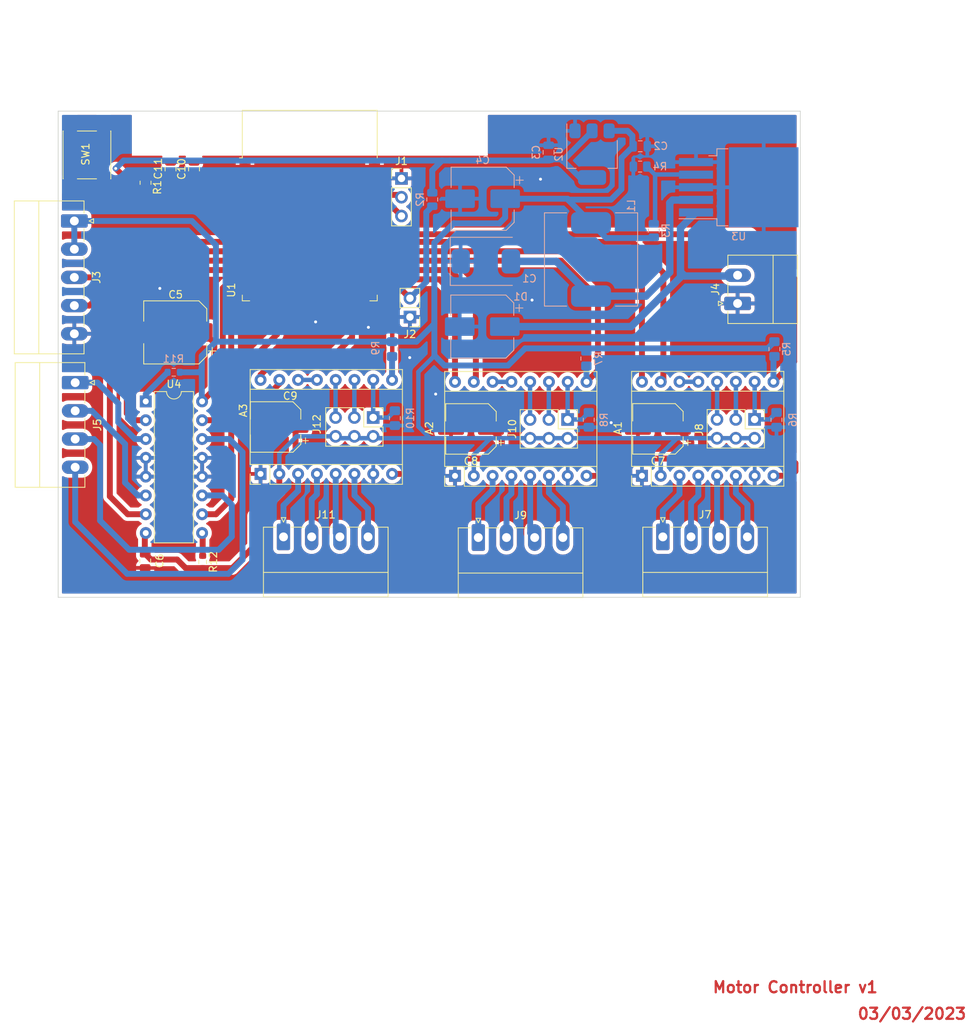
<source format=kicad_pcb>
(kicad_pcb (version 20211014) (generator pcbnew)
  (layers (0 "F.Cu" signal) (31 "B.Cu" signal) (34 "B.Paste" user) (35 "F.Paste" user) (36 "B.SilkS" user "B.Silkscreen") (37 "F.SilkS" user "F.Silkscreen") (38 "B.Mask" user) (39 "F.Mask" user) (44 "Edge.Cuts" user))
  (net 0 "")
  (net 1 "GND")
  (net 2 "+5V")
  (net 3 "Net-(A1-Pad3)")
  (net 4 "Net-(A1-Pad4)")
  (net 5 "Net-(A1-Pad5)")
  (net 6 "Net-(A1-Pad6)")
  (net 7 "+12V")
  (net 8 "Z_EN")
  (net 9 "ZMS1")
  (net 10 "ZMS2")
  (net 11 "ZMS3")
  (net 12 "Net-(A1-Pad13)")
  (net 13 "Z_STEP")
  (net 14 "Z_DIR")
  (net 15 "Net-(A2-Pad3)")
  (net 16 "Net-(A2-Pad4)")
  (net 17 "Net-(A2-Pad5)")
  (net 18 "Net-(A2-Pad6)")
  (net 19 "X_EN")
  (net 20 "XMS1")
  (net 21 "XMS2")
  (net 22 "XMS3")
  (net 23 "Net-(A2-Pad13)")
  (net 24 "X_STEP")
  (net 25 "X_DIR")
  (net 26 "Net-(A3-Pad3)")
  (net 27 "Net-(A3-Pad4)")
  (net 28 "Net-(A3-Pad5)")
  (net 29 "Y_EN")
  (net 30 "YMS1")
  (net 31 "YMS2")
  (net 32 "YMS3")
  (net 33 "Net-(A3-Pad13)")
  (net 34 "Y_STEP")
  (net 35 "Y_DIR")
  (net 36 "Net-(C1-Pad1)")
  (net 37 "+3.3V")
  (net 38 "Net-(D1-Pad2)")
  (net 39 "TXD0")
  (net 40 "RXD0")
  (net 41 "BOOT")
  (net 42 "SERVO1")
  (net 43 "EN1")
  (net 44 "EN2")
  (net 45 "Net-(R1-Pad2)")
  (net 46 "Net-(R3-Pad2)")
  (net 52 "SERVO2")
  (net 53 "IO26")
  (net 54 "IO27")
  (net 55 "IO14")
  (net 56 "IO12")
  (net 67 "Net-(A3-Pad6)")
  (net 68 "Net-(J5-Pad1)")
  (net 69 "Net-(J5-Pad2)")
  (net 70 "Net-(J5-Pad3)")
  (net 71 "Net-(J5-Pad4)")
  (footprint "Connector_PinHeader_2.54mm:PinHeader_2x03_P2.54mm_Vertical" (layer "F.Cu") (at 166.99 112.7302 -90)
    (fp_text reference "J10")
    (fp_text value "MCU_PROG")
  )
  (footprint "Package_DIP:DIP-16_W7.62mm" (layer "F.Cu") (at 109.9566 110.2868)
    (fp_text reference "U4")
    (fp_text value "L293D")
  )
  (footprint "Capacitor_SMD:C_0805_2012Metric" (layer "F.Cu") (at 109.8804 131.826 -90)
    (fp_text reference "C6")
    (fp_text value "C_Small")
  )
  (footprint "Capacitor_SMD:CP_Elec_6.3x7.7" (layer "F.Cu") (at 153.924 114.0052 180)
    (fp_text reference "C8")
    (fp_text value "100uF 35V")
  )
  (footprint "Capacitor_SMD:CP_Elec_8x6.7" (layer "F.Cu") (at 113.9444 100.965 180)
    (fp_text reference "C5")
    (fp_text value "220uF/63V")
  )
  (footprint "Button_Switch_SMD:SW_Push_1P1T_NO_6x6mm_H9.5mm" (layer "F.Cu") (at 102.0064 76.9874 90)
    (fp_text reference "SW1")
    (fp_text value "SW_Push")
  )
  (footprint "Module:Pololu_Breakout-16_15.2x20.3mm" (layer "F.Cu") (at 125.476 120.0812 90)
    (fp_text reference "A3")
    (fp_text value "Driver")
  )
  (footprint "Connector_PinHeader_2.54mm:PinHeader_2x03_P2.54mm_Vertical" (layer "F.Cu") (at 192.263 112.7202 -90)
    (fp_text reference "J8")
    (fp_text value "MCU_PROG")
  )
  (footprint "Connector_Phoenix_MC:PhoenixContact_MC_1,5_2-G-3.81_1x02_P3.81mm_Horizontal" (layer "F.Cu") (at 189.9666 97.0534 90)
    (fp_text reference "J4")
    (fp_text value "VIN_CONN")
  )
  (footprint "Capacitor_SMD:C_0805_2012Metric" (layer "F.Cu") (at 113.3094 78.8924 -90)
    (fp_text reference "C11")
    (fp_text value "0.1uF")
  )
  (footprint "Connector_PinHeader_2.54mm:PinHeader_1x02_P2.54mm_Vertical" (layer "F.Cu") (at 145.669 98.8822 180)
    (fp_text reference "J2")
    (fp_text value "Conn_01x02")
  )
  (footprint "Connector_Phoenix_MC:PhoenixContact_MC_1,5_5-G-3.81_1x05_P3.81mm_Horizontal" (layer "F.Cu") (at 100.3022 85.9112 -90)
    (fp_text reference "J3")
    (fp_text value "Conn_01x05")
  )
  (footprint "Connector_Phoenix_MC:PhoenixContact_MC_1,5_4-G-3.81_1x04_P3.81mm_Horizontal" (layer "F.Cu") (at 128.579 128.5887)
    (fp_text reference "J11")
    (fp_text value "Conn_01x04")
  )
  (footprint "Connector_PinHeader_2.54mm:PinHeader_2x03_P2.54mm_Vertical" (layer "F.Cu") (at 140.701 112.4662 -90)
    (fp_text reference "J12")
    (fp_text value "MCU_PROG")
  )
  (footprint "RF_Module:ESP32-WROOM-32" (layer "F.Cu") (at 132.1308 86.823)
    (fp_text reference "U1")
    (fp_text value "ESP32-S2-WROOM")
  )
  (footprint "Capacitor_SMD:CP_Elec_6.3x7.7" (layer "F.Cu") (at 179.197 113.9952 180)
    (fp_text reference "C7")
    (fp_text value "100uF 35V")
  )
  (footprint "Connector_Phoenix_MC:PhoenixContact_MC_1,5_4-G-3.81_1x04_P3.81mm_Horizontal" (layer "F.Cu") (at 100.4177 107.751 -90)
    (fp_text reference "J5")
    (fp_text value "Conn_01x04")
  )
  (footprint "Module:Pololu_Breakout-16_15.2x20.3mm" (layer "F.Cu") (at 151.765 120.3452 90)
    (fp_text reference "A2")
    (fp_text value "Driver")
  )
  (footprint "Connector_Phoenix_MC:PhoenixContact_MC_1,5_4-G-3.81_1x04_P3.81mm_Horizontal" (layer "F.Cu") (at 179.862111 128.5887)
    (fp_text reference "J7")
    (fp_text value "Conn_01x04")
  )
  (footprint "Connector_Phoenix_MC:PhoenixContact_MC_1,5_4-G-3.81_1x04_P3.81mm_Horizontal" (layer "F.Cu") (at 154.9146 128.6764)
    (fp_text reference "J9")
    (fp_text value "Conn_01x04")
  )
  (footprint "Connector_PinHeader_2.54mm:PinHeader_1x03_P2.54mm_Vertical" (layer "F.Cu") (at 144.526 80.1624)
    (fp_text reference "J1")
    (fp_text value "Conn_01x03")
  )
  (footprint "Capacitor_SMD:C_0805_2012Metric" (layer "F.Cu") (at 116.4844 78.8924 90)
    (fp_text reference "C10")
    (fp_text value "0.1uF")
  )
  (footprint "Resistor_SMD:R_0603_1608Metric" (layer "F.Cu") (at 117.6528 131.9784 -90)
    (fp_text reference "R12")
    (fp_text value "R_Small")
  )
  (footprint "Module:Pololu_Breakout-16_15.2x20.3mm" (layer "F.Cu") (at 177.038 120.3352 90)
    (fp_text reference "A1")
    (fp_text value "Driver")
  )
  (footprint "Resistor_SMD:R_0805_2012Metric" (layer "F.Cu") (at 109.9312 80.7466 -90)
    (fp_text reference "R1")
    (fp_text value "10K")
  )
  (footprint "Capacitor_SMD:CP_Elec_6.3x7.7" (layer "F.Cu") (at 127.508 113.7412 180)
    (fp_text reference "C9")
    (fp_text value "100uF 35V")
  )
  (footprint "Diode_SMD:D_SMC" (layer "B.Cu") (at 155.9211 91.3638)
    (fp_text reference "D1")
    (fp_text value "DIODE")
  )
  (footprint "Resistor_SMD:R_0805_2012Metric" (layer "B.Cu") (at 148.6916 83.0072 -90)
    (fp_text reference "R2")
    (fp_text value "10K")
  )
  (footprint "Package_TO_SOT_SMD:SOT-223-3_TabPin2" (layer "B.Cu") (at 170.293 76.8862 -90)
    (fp_text reference "U2")
    (fp_text value "AMS1117-3.3")
  )
  (footprint "Resistor_SMD:R_0805_2012Metric" (layer "B.Cu") (at 176.784 78.5622 180)
    (fp_text reference "R4")
    (fp_text value "R_Small")
  )
  (footprint "Capacitor_SMD:CP_Elec_8x6.7" (layer "B.Cu") (at 155.4988 82.9056 180)
    (fp_text reference "C4")
    (fp_text value "C_Polarized")
  )
  (footprint "Resistor_SMD:R_0805_2012Metric_Pad1.20x1.40mm_HandSolder" (layer "B.Cu") (at 169.5196 104.4956 90)
    (fp_text reference "R7")
    (fp_text value "10K")
  )
  (footprint "Capacitor_SMD:CP_Elec_8x6.7" (layer "B.Cu") (at 155.448 100.1776 180)
    (fp_text reference "C1")
    (fp_text value "C_Polarized")
  )
  (footprint "Resistor_SMD:R_0805_2012Metric_Pad1.20x1.40mm_HandSolder" (layer "B.Cu") (at 143.637 112.5474 90)
    (fp_text reference "R10")
    (fp_text value "100K")
  )
  (footprint "Resistor_SMD:R_0805_2012Metric_Pad1.20x1.40mm_HandSolder" (layer "B.Cu") (at 143.256 103.2162 90)
    (fp_text reference "R9")
    (fp_text value "10K")
  )
  (footprint "Resistor_SMD:R_0805_2012Metric_Pad1.20x1.40mm_HandSolder" (layer "B.Cu") (at 169.8498 112.776 90)
    (fp_text reference "R8")
    (fp_text value "100K")
  )
  (footprint "Resistor_SMD:R_0805_2012Metric" (layer "B.Cu") (at 178.6382 87.1963 90)
    (fp_text reference "R3")
    (fp_text value "R_Small")
  )
  (footprint "Resistor_SMD:R_0603_1608Metric" (layer "B.Cu") (at 113.7412 106.3498)
    (fp_text reference "R11")
    (fp_text value "R_Small")
  )
  (footprint "Resistor_SMD:R_0805_2012Metric_Pad1.20x1.40mm_HandSolder" (layer "B.Cu") (at 195.2244 112.776 90)
    (fp_text reference "R6")
    (fp_text value "100K")
  )
  (footprint "Package_TO_SOT_SMD:TO-263-5_TabPin3" (layer "B.Cu") (at 190.119 81.3562)
    (fp_text reference "U3")
    (fp_text value "LM2596T-ADJ")
  )
  (footprint "Resistor_SMD:R_0805_2012Metric_Pad1.20x1.40mm_HandSolder" (layer "B.Cu") (at 194.945 103.2162 90)
    (fp_text reference "R5")
    (fp_text value "10K")
  )
  (footprint "Inductor_SMD:L_12x12mm_H6mm" (layer "B.Cu") (at 170.1546 91.1098 90)
    (fp_text reference "L1")
    (fp_text value "INDUCTOR")
  )
  (footprint "Capacitor_SMD:C_0805_2012Metric" (layer "B.Cu") (at 164.4142 76.6318 -90)
    (fp_text reference "C3")
    (fp_text value "1uF")
  )
  (footprint "Capacitor_SMD:C_0805_2012Metric" (layer "B.Cu") (at 176.8094 75.819 180)
    (fp_text reference "C2")
    (fp_text value "1uF")
  )
  (gr_line (start 98.1202 84.1756) (end 98.1202 136.7536) (layer "Edge.Cuts") (width 0.1))
  (gr_line (start 198.4502 71.0692) (end 198.4502 136.7536) (layer "Edge.Cuts") (width 0.1))
  (gr_line (start 198.4502 136.7536) (end 98.1202 136.7536) (layer "Edge.Cuts") (width 0.1))
  (gr_line (start 98.1202 84.1756) (end 98.1202 71.0692) (layer "Edge.Cuts") (width 0.1))
  (gr_line (start 98.1202 71.0692) (end 198.4502 71.0692) (layer "Edge.Cuts") (width 0.1))
  (gr_text "Motor Controller v1\n" (at 197.7644 189.4332) (layer "F.Cu") (effects (font (size 1.5 1.5) (thickness 0.3))))
  (gr_text "03/03/2023" (at 213.5378 193.0146) (layer "F.Cu") (effects (font (size 1.5 1.5) (thickness 0.3))))
  (via (at 140.0556 100.2792) (size 0.8) (drill 0.4) (layers "F.Cu" "B.Cu") (net 1))
  (via (at 149.1488 109.2962) (size 0.8) (drill 0.4) (layers "F.Cu" "B.Cu") (net 1))
  (via (at 172.8724 113.157) (size 0.8) (drill 0.4) (layers "F.Cu" "B.Cu") (net 1))
  (via (at 163.322 80.264) (size 0.8) (drill 0.4) (layers "F.Cu" "B.Cu") (net 1))
  (via (at 132.9182 99.5426) (size 0.8) (drill 0.4) (layers "F.Cu" "B.Cu") (net 1))
  (via (at 111.8616 95.0214) (size 0.8) (drill 0.4) (layers "F.Cu" "B.Cu") (net 1))
  (via (at 162.179 96.5962) (size 0.8) (drill 0.4) (layers "F.Cu" "B.Cu") (net 1))
  (via (at 145.6436 104.3686) (size 0.8) (drill 0.4) (layers "F.Cu" "B.Cu") (net 1))
  (segment (start 109.8296 130.8252) (end 109.8296 128.1938) (width 0.8) (layer "F.Cu") (net 2))
  (segment (start 124.587 125.7554) (end 128.016 122.3264) (width 0.8) (layer "F.Cu") (net 2))
  (segment (start 114.1984 131.6482) (end 115.3536 132.8034) (width 0.8) (layer "F.Cu") (net 2))
  (segment (start 116.9944 100.965) (end 117.8052 100.965) (width 0.8) (layer "F.Cu") (net 2))
  (segment (start 115.3536 132.8034) (end 117.6528 132.8034) (width 0.8) (layer "F.Cu") (net 2))
  (segment (start 110.6526 131.6482) (end 114.1984 131.6482) (width 0.8) (layer "F.Cu") (net 2))
  (segment (start 119.2276 102.3874) (end 119.2276 108.6358) (width 0.8) (layer "F.Cu") (net 2))
  (segment (start 117.6528 132.8034) (end 121.6538 132.8034) (width 0.8) (layer "F.Cu") (net 2))
  (segment (start 124.587 129.8702) (end 124.587 125.7554) (width 0.8) (layer "F.Cu") (net 2))
  (segment (start 119.2276 108.6358) (end 117.5766 110.2868) (width 0.8) (layer "F.Cu") (net 2))
  (segment (start 109.8804 130.876) (end 110.6526 131.6482) (width 0.8) (layer "F.Cu") (net 2))
  (segment (start 109.8804 130.876) (end 109.8296 130.8252) (width 0.8) (layer "F.Cu") (net 2))
  (segment (start 117.8052 100.965) (end 119.2276 102.3874) (width 0.8) (layer "F.Cu") (net 2))
  (segment (start 128.016 122.3264) (end 128.016 120.0812) (width 0.8) (layer "F.Cu") (net 2))
  (segment (start 121.6538 132.8034) (end 124.587 129.8702) (width 0.8) (layer "F.Cu") (net 2))
  (segment (start 146.812 113.6804) (end 146.812 106.299) (width 0.6) (layer "B.Cu") (net 2))
  (segment (start 175.7426 74.3966) (end 175.0822 73.7362) (width 0.8) (layer "B.Cu") (net 2))
  (segment (start 143.256 102.2162) (end 146.5514 102.2162) (width 0.8) (layer "B.Cu") (net 2))
  (segment (start 119.4442 102.2162) (end 117.5358 104.1246) (width 0.8) (layer "B.Cu") (net 2))
  (segment (start 148.971 102.2096) (end 148.9776 102.2162) (width 0.8) (layer "B.Cu") (net 2))
  (segment (start 194.0372 103.124) (end 161.2392 103.124) (width 0.8) (layer "B.Cu") (net 2))
  (segment (start 181.7574 115.2602) (end 156.5452 115.2602) (width 0.6) (layer "B.Cu") (net 2))
  (segment (start 179.578 120.3352) (end 179.578 117.4396) (width 0.6) (layer "B.Cu") (net 2))
  (segment (start 154.305 120.3452) (end 154.305 117.5004) (width 0.6) (layer "B.Cu") (net 2))
  (segment (start 116.188 85.9112) (end 100.3022 85.9112) (width 0.8) (layer "B.Cu") (net 2))
  (segment (start 151.638 86.233) (end 151.6126 86.2076) (width 0.8) (layer "B.Cu") (net 2))
  (segment (start 175.7426 75.9206) (end 174.2694 77.3938) (width 0.8) (layer "B.Cu") (net 2))
  (segment (start 117.5358 105.9842) (end 117.5358 104.1246) (width 0.8) (layer "B.Cu") (net 2))
  (segment (start 117.1702 106.3498) (end 117.5358 105.9842) (width 0.8) (layer "B.Cu") (net 2))
  (segment (start 178.5328 88.2142) (end 172.209 88.2142) (width 0.8) (layer "B.Cu") (net 2))
  (segment (start 157.7594 86.233) (end 151.638 86.233) (width 0.8) (layer "B.Cu") (net 2))
  (segment (start 148.3918 115.2602) (end 146.812 113.6804) (width 0.6) (layer "B.Cu") (net 2))
  (segment (start 150.3426 105.4354) (end 148.9776 104.0704) (width 0.8) (layer "B.Cu") (net 2))
  (segment (start 172.209 88.2142) (end 170.1546 86.1598) (width 0.8) (layer "B.Cu") (net 2))
  (segment (start 158.9278 105.4354) (end 150.3426 105.4354) (width 0.8) (layer "B.Cu") (net 2))
  (segment (start 178.6382 88.1088) (end 178.5328 88.2142) (width 0.8) (layer "B.Cu") (net 2))
  (segment (start 158.5488 85.4436) (end 157.7594 86.233) (width 0.8) (layer "B.Cu") (net 2))
  (segment (start 151.6126 86.2076) (end 148.971 88.8492) (width 0.8) (layer "B.Cu") (net 2))
  (segment (start 179.578 117.4396) (end 181.7574 115.2602) (width 0.6) (layer "B.Cu") (net 2))
  (segment (start 167.1066 83.0326) (end 167.1066 83.1118) (width 0.8) (layer "B.Cu") (net 2))
  (segment (start 148.9776 104.0704) (end 148.9776 102.2162) (width 0.8) (layer "B.Cu") (net 2))
  (segment (start 161.2392 103.124) (end 158.9278 105.4354) (width 0.8) (layer "B.Cu") (net 2))
  (segment (start 128.016 120.0812) (end 128.016 117.348) (width 0.6) (layer "B.Cu") (net 2))
  (segment (start 148.3918 115.2602) (end 135.875 115.2602) (width 0.6) (layer "B.Cu") (net 2))
  (segment (start 130.3578 115.0062) (end 135.621 115.0062) (width 0.6) (layer "B.Cu") (net 2))
  (segment (start 100.3022 85.9112) (end 100.3022 89.7212) (width 0.8) (layer "B.Cu") (net 2))
  (segment (start 154.305 117.5004) (end 156.5452 115.2602) (width 0.6) (layer "B.Cu") (net 2))
  (segment (start 158.5488 82.9056) (end 158.5488 85.4436) (width 0.8) (layer "B.Cu") (net 2))
  (segment (start 156.5452 115.2602) (end 148.3918 115.2602) (width 0.6) (layer "B.Cu") (net 2))
  (segment (start 167.1066 83.1118) (end 170.1546 86.1598) (width 0.8) (layer "B.Cu") (net 2))
  (segment (start 148.971 88.8492) (end 148.971 99.3902) (width 0.8) (layer "B.Cu") (net 2))
  (segment (start 117.5358 104.1246) (end 117.5358 110.246) (width 0.8) (layer "B.Cu") (net 2))
  (segment (start 114.5662 106.3498) (end 117.1702 106.3498) (width 0.8) (layer "B.Cu") (net 2))
  (segment (start 192.263 115.2602) (end 181.7574 115.2602) (width 0.6) (layer "B.Cu") (net 2))
  (segment (start 174.2694 81.6102) (end 172.847 83.0326) (width 0.8) (layer "B.Cu") (net 2))
  (segment (start 174.2694 77.3938) (end 174.2694 81.6102) (width 0.8) (layer "B.Cu") (net 2))
  (segment (start 119.4442 102.2162) (end 119.4442 89.1674) (width 0.8) (layer "B.Cu") (net 2))
  (segment (start 175.0822 73.7362) (end 172.593 73.7362) (width 0.8) (layer "B.Cu") (net 2))
  (segment (start 148.971 99.7966) (end 148.971 99.3902) (width 0.8) (layer "B.Cu") (net 2))
  (segment (start 128.016 117.348) (end 130.3578 115.0062) (width 0.6) (layer "B.Cu") (net 2))
  (segment (start 135.875 115.2602) (end 135.621 115.0062) (width 0.6) (layer "B.Cu") (net 2))
  (segment (start 146.812 106.299) (end 148.9776 104.1334) (width 0.6) (layer "B.Cu") (net 2))
  (segment (start 119.4442 89.1674) (end 116.188 85.9112) (width 0.8) (layer "B.Cu") (net 2))
  (segment (start 158.5488 82.9056) (end 166.9796 82.9056) (width 0.8) (layer "B.Cu") (net 2))
  (segment (start 117.5358 110.246) (end 117.5766 110.2868) (width 0.8) (layer "B.Cu") (net 2))
  (segment (start 148.971 99.3902) (end 148.971 102.2096) (width 0.8) (layer "B.Cu") (net 2))
  (segment (start 172.847 83.0326) (end 167.1066 83.0326) (width 0.8) (layer "B.Cu") (net 2))
  (segment (start 194.945 102.2162) (end 194.0372 103.124) (width 0.8) (layer "B.Cu") (net 2))
  (segment (start 148.9776 104.1334) (end 148.9776 104.0704) (width 0.6) (layer "B.Cu") (net 2))
  (segment (start 166.9796 82.9056) (end 167.1066 83.0326) (width 0.8) (layer "B.Cu") (net 2))
  (segment (start 175.7426 75.9206) (end 175.7426 74.3966) (width 0.8) (layer "B.Cu") (net 2))
  (segment (start 146.5514 102.2162) (end 148.971 99.7966) (width 0.8) (layer "B.Cu") (net 2))
  (segment (start 143.256 102.2162) (end 119.4442 102.2162) (width 0.8) (layer "B.Cu") (net 2))
  (segment (start 182.118 122.809) (end 179.862111 125.064889) (width 0.8) (layer "B.Cu") (net 3))
  (segment (start 182.118 120.3352) (end 182.118 122.809) (width 0.8) (layer "B.Cu") (net 3))
  (segment (start 179.862111 125.064889) (end 179.862111 128.5887) (width 0.8) (layer "B.Cu") (net 3))
  (segment (start 183.672111 123.998089) (end 183.672111 128.5887) (width 0.8) (layer "B.Cu") (net 4))
  (segment (start 184.658 123.0122) (end 183.672111 123.998089) (width 0.8) (layer "B.Cu") (net 4))
  (segment (start 184.658 120.3352) (end 184.658 123.0122) (width 0.8) (layer "B.Cu") (net 4))
  (segment (start 187.198 128.304589) (end 187.482111 128.5887) (width 0.8) (layer "B.Cu") (net 5))
  (segment (start 187.198 120.3352) (end 187.198 128.304589) (width 0.8) (layer "B.Cu") (net 5))
  (segment (start 191.292111 124.236111) (end 191.292111 128.5887) (width 0.8) (layer "B.Cu") (net 6))
  (segment (start 189.738 122.682) (end 191.292111 124.236111) (width 0.8) (layer "B.Cu") (net 6))
  (segment (start 189.738 120.3352) (end 189.738 122.682) (width 0.8) (layer "B.Cu") (net 6))
  (segment (start 185.0136 118.0084) (end 182.7784 118.0084) (width 0.8) (layer "F.Cu") (net 7))
  (segment (start 158.0896 115.4708) (end 156.624 114.0052) (width 0.8) (layer "F.Cu") (net 7))
  (segment (start 197.1548 118.0084) (end 197.7898 118.6434) (width 0.8) (layer "F.Cu") (net 7))
  (segment (start 172.6438 119.4562) (end 171.7548 120.3452) (width 0.8) (layer "F.Cu") (net 7))
  (segment (start 183.7182 115.8164) (end 181.897 113.9952) (width 0.8) (layer "F.Cu") (net 7))
  (segment (start 183.7182 117.0686) (end 183.7182 115.8164) (width 0.8) (layer "F.Cu") (net 7))
  (segment (start 158.0896 116.5352) (end 158.0896 115.4708) (width 0.8) (layer "F.Cu") (net 7))
  (segment (start 143.7132 118.0084) (end 156.6164 118.0084) (width 0.8) (layer "F.Cu") (net 7))
  (segment (start 131.4196 118.0084) (end 130.208 116.7968) (width 0.8) (layer "F.Cu") (net 7))
  (segment (start 197.7898 118.6434) (end 197.7898 119.7102) (width 0.8) (layer "F.Cu") (net 7))
  (segment (start 156.6164 118.0084) (end 158.0896 116.5352) (width 0.8) (layer "F.Cu") (net 7))
  (segment (start 185.0136 118.0084) (end 197.1548 118.0084) (width 0.8) (layer "F.Cu") (net 7))
  (segment (start 130.208 116.7968) (end 130.208 113.7412) (width 0.8) (layer "F.Cu") (net 7))
  (segment (start 197.1648 120.3352) (end 194.818 120.3352) (width 0.8) (layer "F.Cu") (net 7))
  (segment (start 145.7552 120.0812) (end 143.256 120.0812) (width 0.8) (layer "F.Cu") (net 7))
  (segment (start 146.2786 118.2878) (end 146.2786 119.5578) (width 0.8) (layer "F.Cu") (net 7))
  (segment (start 172.6438 118.491) (end 172.6438 119.4562) (width 0.8) (layer "F.Cu") (net 7))
  (segment (start 143.7132 118.0084) (end 131.4196 118.0084) (width 0.8) (layer "F.Cu") (net 7))
  (segment (start 145.9992 118.0084) (end 146.2786 118.2878) (width 0.8) (layer "F.Cu") (net 7))
  (segment (start 156.6164 118.0084) (end 185.0136 118.0084) (width 0.8) (layer "F.Cu") (net 7))
  (segment (start 171.7548 120.3452) (end 169.545 120.3452) (width 0.8) (layer "F.Cu") (net 7))
  (segment (start 146.2786 119.5578) (end 145.7552 120.0812) (width 0.8) (layer "F.Cu") (net 7))
  (segment (start 143.7132 118.0084) (end 145.9992 118.0084) (width 0.8) (layer "F.Cu") (net 7))
  (segment (start 197.7898 119.7102) (end 197.1648 120.3352) (width 0.8) (layer "F.Cu") (net 7))
  (segment (start 182.7784 118.0084) (end 183.7182 117.0686) (width 0.8) (layer "F.Cu") (net 7))
  (segment (start 197.3734 105.0798) (end 194.818 107.6352) (width 0.8) (layer "F.Cu") (net 8))
  (segment (start 191.6684 87.7062) (end 197.612 93.6498) (width 0.8) (layer "F.Cu") (net 8))
  (segment (start 197.612 104.902) (end 197.4342 105.0798) (width 0.8) (layer "F.Cu") (net 8))
  (segment (start 197.612 93.6498) (end 197.612 104.902) (width 0.8) (layer "F.Cu") (net 8))
  (segment (start 197.4342 105.0798) (end 197.3734 105.0798) (width 0.8) (layer "F.Cu") (net 8))
  (segment (start 142.2308 87.7062) (end 191.6684 87.7062) (width 0.8) (layer "F.Cu") (net 8))
  (segment (start 141.9876 87.463) (end 142.2308 87.7062) (width 0.8) (layer "F.Cu") (net 8))
  (segment (start 140.8808 87.463) (end 141.9876 87.463) (width 0.8) (layer "F.Cu") (net 8))
  (segment (start 194.818 107.6352) (end 194.818 104.3432) (width 0.8) (layer "B.Cu") (net 8))
  (segment (start 194.818 104.3432) (end 194.945 104.2162) (width 0.8) (layer "B.Cu") (net 8))
  (segment (start 192.263 112.7202) (end 194.2802 112.7202) (width 0.6) (layer "B.Cu") (net 9))
  (segment (start 194.2802 112.7202) (end 195.2244 111.776) (width 0.6) (layer "B.Cu") (net 9))
  (segment (start 192.278 112.7052) (end 192.263 112.7202) (width 0.6) (layer "B.Cu") (net 9))
  (segment (start 192.278 107.6352) (end 192.278 112.7052) (width 0.6) (layer "B.Cu") (net 9))
  (segment (start 189.738 107.6352) (end 189.738 112.7052) (width 0.6) (layer "B.Cu") (net 10))
  (segment (start 189.738 112.7052) (end 189.723 112.7202) (width 0.6) (layer "B.Cu") (net 10))
  (segment (start 187.198 112.7052) (end 187.183 112.7202) (width 0.6) (layer "B.Cu") (net 11))
  (segment (start 187.198 107.6352) (end 187.198 112.7052) (width 0.6) (layer "B.Cu") (net 11))
  (segment (start 184.658 107.6352) (end 182.118 107.6352) (width 0.6) (layer "B.Cu") (net 12))
  (segment (start 140.8808 88.733) (end 175.7534 88.733) (width 0.8) (layer "F.Cu") (net 13))
  (segment (start 175.7534 88.733) (end 179.9336 92.9132) (width 0.8) (layer "F.Cu") (net 13))
  (segment (start 179.9336 92.9132) (end 179.9336 107.2796) (width 0.8) (layer "F.Cu") (net 13))
  (segment (start 179.9336 107.2796) (end 179.578 107.6352) (width 0.8) (layer "F.Cu") (net 13))
  (segment (start 174.1532 90.003) (end 177.038 92.8878) (width 0.8) (layer "F.Cu") (net 14))
  (segment (start 140.8808 90.003) (end 174.1532 90.003) (width 0.8) (layer "F.Cu") (net 14))
  (segment (start 177.038 92.8878) (end 177.038 107.6352) (width 0.8) (layer "F.Cu") (net 14))
  (segment (start 156.845 120.3452) (end 156.845 122.2248) (width 0.8) (layer "B.Cu") (net 15))
  (segment (start 154.9146 124.1552) (end 154.9146 128.6764) (width 0.8) (layer "B.Cu") (net 15))
  (segment (start 156.845 122.2248) (end 154.9146 124.1552) (width 0.8) (layer "B.Cu") (net 15))
  (segment (start 158.7246 123.3932) (end 158.7246 128.6764) (width 0.8) (layer "B.Cu") (net 16))
  (segment (start 159.385 122.7328) (end 158.7246 123.3932) (width 0.8) (layer "B.Cu") (net 16))
  (segment (start 159.385 120.3452) (end 159.385 122.7328) (width 0.8) (layer "B.Cu") (net 16))
  (segment (start 161.925 120.3452) (end 161.925 128.0668) (width 0.8) (layer "B.Cu") (net 17))
  (segment (start 161.925 128.0668) (end 162.5346 128.6764) (width 0.8) (layer "B.Cu") (net 17))
  (segment (start 166.3446 124.5108) (end 166.3446 128.6764) (width 0.8) (layer "B.Cu") (net 18))
  (segment (start 164.465 122.6312) (end 166.3446 124.5108) (width 0.8) (layer "B.Cu") (net 18))
  (segment (start 164.465 120.3452) (end 164.465 122.6312) (width 0.8) (layer "B.Cu") (net 18))
  (segment (start 140.8808 91.273) (end 166.1014 91.273) (width 0.8) (layer "F.Cu") (net 19))
  (segment (start 171.0944 96.266) (end 171.0944 106.0958) (width 0.8) (layer "F.Cu") (net 19))
  (segment (start 166.1014 91.273) (end 171.0944 96.266) (width 0.8) (layer "F.Cu") (net 19))
  (segment (start 171.0944 106.0958) (end 169.545 107.6452) (width 0.8) (layer "F.Cu") (net 19))
  (segment (start 169.545 107.6452) (end 169.545 105.521) (width 0.8) (layer "B.Cu") (net 19))
  (segment (start 169.545 105.521) (end 169.5196 105.4956) (width 0.8) (layer "B.Cu") (net 19))
  (segment (start 166.99 112.7302) (end 168.8956 112.7302) (width 0.6) (layer "B.Cu") (net 20))
  (segment (start 168.8956 112.7302) (end 169.8498 111.776) (width 0.6) (layer "B.Cu") (net 20))
  (segment (start 166.99 112.7302) (end 166.99 107.6602) (width 0.6) (layer "B.Cu") (net 20))
  (segment (start 166.99 107.6602) (end 167.005 107.6452) (width 0.6) (layer "B.Cu") (net 20))
  (segment (start 164.45 107.6602) (end 164.465 107.6452) (width 0.6) (layer "B.Cu") (net 21))
  (segment (start 164.45 112.7302) (end 164.45 107.6602) (width 0.6) (layer "B.Cu") (net 21))
  (segment (start 161.91 112.7302) (end 161.91 107.6602) (width 0.6) (layer "B.Cu") (net 22))
  (segment (start 161.91 107.6602) (end 161.925 107.6452) (width 0.6) (layer "B.Cu") (net 22))
  (segment (start 156.845 107.6452) (end 159.385 107.6452) (width 0.6) (layer "B.Cu") (net 23))
  (segment (start 140.8808 92.543) (end 151.09 92.543) (width 0.8) (layer "F.Cu") (net 24))
  (segment (start 151.09 92.543) (end 154.5844 96.0374) (width 0.8) (layer "F.Cu") (net 24))
  (segment (start 154.5844 107.3658) (end 154.305 107.6452) (width 0.8) (layer "F.Cu") (net 24))
  (segment (start 154.5844 96.0374) (end 154.5844 107.3658) (width 0.8) (layer "F.Cu") (net 24))
  (segment (start 151.765 96.0628) (end 151.765 107.6452) (width 0.8) (layer "F.Cu") (net 25))
  (segment (start 149.6546 93.8) (end 151.8412 95.9866) (width 0.8) (layer "F.Cu") (net 25))
  (segment (start 140.8808 93.813) (end 140.8938 93.8) (width 0.8) (layer "F.Cu") (net 25))
  (segment (start 151.8412 95.9866) (end 151.765 96.0628) (width 0.8) (layer "F.Cu") (net 25))
  (segment (start 140.8938 93.8) (end 149.6546 93.8) (width 0.8) (layer "F.Cu") (net 25))
  (segment (start 128.579 124.3288) (end 128.579 128.5887) (width 0.8) (layer "B.Cu") (net 26))
  (segment (start 130.556 120.0812) (end 130.556 122.3518) (width 0.8) (layer "B.Cu") (net 26))
  (segment (start 130.556 122.3518) (end 128.579 124.3288) (width 0.8) (layer "B.Cu") (net 26))
  (segment (start 132.389 123.5414) (end 132.389 128.5887) (width 0.8) (layer "B.Cu") (net 27))
  (segment (start 133.096 120.0812) (end 133.096 122.8344) (width 0.8) (layer "B.Cu") (net 27))
  (segment (start 133.096 122.8344) (end 132.389 123.5414) (width 0.8) (layer "B.Cu") (net 27))
  (segment (start 135.636 128.0257) (end 136.199 128.5887) (width 0.8) (layer "B.Cu") (net 28))
  (segment (start 135.636 120.0812) (end 135.636 128.0257) (width 0.8) (layer "B.Cu") (net 28))
  (segment (start 136.5808 94.3306) (end 137.3378 93.5736) (width 0.6) (layer "F.Cu") (net 29))
  (segment (start 139.8778 97.8662) (end 141.2748 97.8662) (width 0.6) (layer "F.Cu") (net 29))
  (segment (start 143.2814 99.8728) (end 143.2814 107.3558) (width 0.6) (layer "F.Cu") (net 29))
  (segment (start 141.2748 97.8662) (end 143.2814 99.8728) (width 0.6) (layer "F.Cu") (net 29))
  (segment (start 139.192 94.4372) (end 139.192 97.1804) (width 0.6) (layer "F.Cu") (net 29))
  (segment (start 136.5808 98.4808) (end 136.5808 96.333) (width 0.6) (layer "F.Cu") (net 29))
  (segment (start 137.3378 93.5736) (end 138.3284 93.5736) (width 0.6) (layer "F.Cu") (net 29))
  (segment (start 138.3284 93.5736) (end 139.192 94.4372) (width 0.6) (layer "F.Cu") (net 29))
  (segment (start 136.5808 96.333) (end 136.5808 94.3306) (width 0.6) (layer "F.Cu") (net 29))
  (segment (start 143.2814 107.3558) (end 143.256 107.3812) (width 0.6) (layer "F.Cu") (net 29))
  (segment (start 139.192 97.1804) (end 139.8778 97.8662) (width 0.6) (layer "F.Cu") (net 29))
  (segment (start 136.5808 98.4808) (end 136.6012 98.5012) (width 0.6) (layer "F.Cu") (net 29))
  (segment (start 143.256 107.3812) (end 143.256 104.2162) (width 0.8) (layer "B.Cu") (net 29))
  (segment (start 140.701 107.3962) (end 140.716 107.3812) (width 0.6) (layer "B.Cu") (net 30))
  (segment (start 140.701 112.4662) (end 140.701 107.3962) (width 0.6) (layer "B.Cu") (net 30))
  (segment (start 140.701 112.4662) (end 142.7182 112.4662) (width 0.6) (layer "B.Cu") (net 30))
  (segment (start 142.7182 112.4662) (end 143.637 111.5474) (width 0.6) (layer "B.Cu") (net 30))
  (segment (start 138.161 112.4662) (end 138.161 107.3962) (width 0.6) (layer "B.Cu") (net 31))
  (segment (start 138.161 107.3962) (end 138.176 107.3812) (width 0.6) (layer "B.Cu") (net 31))
  (segment (start 135.621 112.4662) (end 135.621 107.3962) (width 0.6) (layer "B.Cu") (net 32))
  (segment (start 135.621 107.3962) (end 135.636 107.3812) (width 0.6) (layer "B.Cu") (net 32))
  (segment (start 130.556 107.3812) (end 133.096 107.3812) (width 0.6) (layer "B.Cu") (net 33))
  (segment (start 123.19 108.6866) (end 124.0028 109.4994) (width 0.8) (layer "F.Cu") (net 34))
  (segment (start 123.19 105.7402) (end 123.19 108.6866) (width 0.8) (layer "F.Cu") (net 34))
  (segment (start 124.0028 109.4994) (end 126.4158 109.4994) (width 0.8) (layer "F.Cu") (net 34))
  (segment (start 126.4158 109.4994) (end 128.016 107.8992) (width 0.8) (layer "F.Cu") (net 34))
  (segment (start 127.6908 96.333) (end 127.6908 101.2394) (width 0.8) (layer "F.Cu") (net 34))
  (segment (start 127.6908 101.2394) (end 123.19 105.7402) (width 0.8) (layer "F.Cu") (net 34))
  (segment (start 128.016 107.8992) (end 128.016 107.3812) (width 0.8) (layer "F.Cu") (net 34))
  (segment (start 137.8508 96.333) (end 137.8508 101.6204) (width 0.8) (layer "F.Cu") (net 35))
  (segment (start 128.0414 104.14) (end 125.476 106.7054) (width 0.8) (layer "F.Cu") (net 35))
  (segment (start 137.8508 101.6204) (end 135.3312 104.14) (width 0.8) (layer "F.Cu") (net 35))
  (segment (start 125.476 106.7054) (end 125.476 107.3812) (width 0.8) (layer "F.Cu") (net 35))
  (segment (start 135.3312 104.14) (end 128.0414 104.14) (width 0.8) (layer "F.Cu") (net 35))
  (segment (start 182.245 92.7862) (end 182.8038 93.345) (width 1) (layer "B.Cu") (net 36))
  (segment (start 182.245 92.7862) (end 182.245 86.8552) (width 1) (layer "B.Cu") (net 36))
  (segment (start 182.8038 93.345) (end 189.865 93.345) (width 1) (layer "B.Cu") (net 36))
  (segment (start 175.5648 100.1776) (end 182.245 93.4974) (width 1) (layer "B.Cu") (net 36))
  (segment (start 189.865 93.345) (end 189.9666 93.2434) (width 1) (layer "B.Cu") (net 36))
  (segment (start 182.245 86.8552) (end 184.3186 84.7816) (width 1) (layer "B.Cu") (net 36))
  (segment (start 158.498 100.1776) (end 175.5648 100.1776) (width 1) (layer "B.Cu") (net 36))
  (segment (start 182.245 93.4974) (end 182.245 92.7862) (width 1) (layer "B.Cu") (net 36))
  (segment (start 184.3186 84.7816) (end 186.1728 84.7816) (width 1) (layer "B.Cu") (net 36))
  (segment (start 116.4723 79.8341) (end 116.5098 79.7966) (width 0.8) (layer "F.Cu") (net 37))
  (segment (start 109.9312 79.8341) (end 106.9105 79.8341) (width 0.8) (layer "F.Cu") (net 37))
  (segment (start 109.9312 79.8341) (end 116.4723 79.8341) (width 0.8) (layer "F.Cu") (net 37))
  (segment (start 123.3344 79.7966) (end 123.3808 79.843) (width 0.8) (layer "F.Cu") (net 37))
  (segment (start 106.9105 79.8341) (end 105.8926 78.8162) (width 0.8) (layer "F.Cu") (net 37))
  (segment (start 116.5098 79.7966) (end 123.3344 79.7966) (width 0.8) (layer "F.Cu") (net 37))
  (via (at 105.8926 78.8162) (size 0.8) (drill 0.4) (layers "F.Cu" "B.Cu") (net 37))
  (segment (start 150.0124 77.7494) (end 151.0792 77.7494) (width 0.8) (layer "B.Cu") (net 37))
  (segment (start 168.645458 80.0362) (end 166.358658 77.7494) (width 0.8) (layer "B.Cu") (net 37))
  (segment (start 164.5158 77.7494) (end 154.4066 77.7494) (width 0.8) (layer "B.Cu") (net 37))
  (segment (start 170.293 73.815058) (end 170.293 73.7362) (width 0.8) (layer "B.Cu") (net 37))
  (segment (start 166.089458 77.5818) (end 166.358658 77.851) (width 0.8) (layer "B.Cu") (net 37))
  (segment (start 106.9594 77.7494) (end 105.8926 78.8162) (width 0.8) (layer "B.Cu") (net 37))
  (segment (start 148.6916 79.0702) (end 150.0124 77.7494) (width 0.8) (layer "B.Cu") (net 37))
  (segment (start 151.0792 77.7494) (end 154.4066 77.7494) (width 0.8) (layer "B.Cu") (net 37))
  (segment (start 150.0124 77.7494) (end 106.9594 77.7494) (width 0.8) (layer "B.Cu") (net 37))
  (segment (start 166.358658 77.7494) (end 170.293 73.815058) (width 0.8) (layer "B.Cu") (net 37))
  (segment (start 148.6916 82.0947) (end 148.6916 79.0702) (width 0.8) (layer "B.Cu") (net 37))
  (segment (start 170.293 80.0362) (end 168.645458 80.0362) (width 0.8) (layer "B.Cu") (net 37))
  (segment (start 164.4142 77.5818) (end 166.089458 77.5818) (width 0.8) (layer "B.Cu") (net 37))
  (segment (start 159.3211 91.3638) (end 165.4586 91.3638) (width 1) (layer "B.Cu") (net 38))
  (segment (start 177.5744 96.0598) (end 180.7972 92.837) (width 1) (layer "B.Cu") (net 38))
  (segment (start 170.1546 96.0598) (end 177.5744 96.0598) (width 1) (layer "B.Cu") (net 38))
  (segment (start 181.18 83.0816) (end 186.1728 83.0816) (width 1) (layer "B.Cu") (net 38))
  (segment (start 180.7972 83.4644) (end 181.18 83.0816) (width 1) (layer "B.Cu") (net 38))
  (segment (start 165.4586 91.3638) (end 170.1546 96.0598) (width 1) (layer "B.Cu") (net 38))
  (segment (start 180.7972 92.837) (end 180.7972 83.4644) (width 1) (layer "B.Cu") (net 38))
  (segment (start 144.2066 82.383) (end 144.526 82.7024) (width 0.8) (layer "F.Cu") (net 39))
  (segment (start 140.8808 82.383) (end 144.2066 82.383) (width 0.8) (layer "F.Cu") (net 39))
  (segment (start 142.9366 83.653) (end 144.526 85.2424) (width 0.8) (layer "F.Cu") (net 40))
  (segment (start 140.8808 83.653) (end 142.9366 83.653) (width 0.8) (layer "F.Cu") (net 40))
  (segment (start 144.4098 95.083) (end 145.669 96.3422) (width 0.8) (layer "F.Cu") (net 41))
  (segment (start 140.8808 95.083) (end 144.4098 95.083) (width 0.8) (layer "F.Cu") (net 41))
  (segment (start 148.6916 83.9197) (end 147.8788 84.7325) (width 0.8) (layer "B.Cu") (net 41))
  (segment (start 147.8788 94.1324) (end 145.669 96.3422) (width 0.8) (layer "B.Cu") (net 41))
  (segment (start 147.8788 84.7325) (end 147.8788 94.1324) (width 0.8) (layer "B.Cu") (net 41))
  (segment (start 102.3536 97.3412) (end 100.3022 97.3412) (width 0.8) (layer "F.Cu") (net 42))
  (segment (start 108.244 90.003) (end 103.3526 94.8944) (width 0.8) (layer "F.Cu") (net 42))
  (segment (start 123.3808 90.003) (end 108.244 90.003) (width 0.8) (layer "F.Cu") (net 42))
  (segment (start 103.3526 96.3422) (end 102.3536 97.3412) (width 0.8) (layer "F.Cu") (net 42))
  (segment (start 103.3526 94.8944) (end 103.3526 96.3422) (width 0.8) (layer "F.Cu") (net 42))
  (segment (start 109.9566 109.3094) (end 112.9162 106.3498) (width 0.8) (layer "B.Cu") (net 43))
  (segment (start 109.9566 110.2868) (end 109.9566 109.3094) (width 0.8) (layer "B.Cu") (net 43))
  (segment (start 117.6528 131.1534) (end 117.6528 128.143) (width 0.8) (layer "F.Cu") (net 44))
  (segment (start 109.9312 81.6591) (end 104.9531 81.6591) (width 0.8) (layer "F.Cu") (net 45))
  (segment (start 118.3024 81.113) (end 123.3808 81.113) (width 0.8) (layer "F.Cu") (net 45))
  (segment (start 109.9547 81.6356) (end 117.7798 81.6356) (width 0.8) (layer "F.Cu") (net 45))
  (segment (start 104.9531 81.6591) (end 104.2564 80.9624) (width 0.8) (layer "F.Cu") (net 45))
  (segment (start 109.9312 81.6591) (end 109.9547 81.6356) (width 0.8) (layer "F.Cu") (net 45))
  (segment (start 104.2564 80.9624) (end 104.2564 73.0124) (width 0.8) (layer "F.Cu") (net 45))
  (segment (start 117.7798 81.6356) (end 118.3024 81.113) (width 0.8) (layer "F.Cu") (net 45))
  (segment (start 186.1202 79.629) (end 186.1728 79.6816) (width 0.6) (layer "B.Cu") (net 46))
  (segment (start 177.6965 78.5622) (end 178.8159 79.6816) (width 0.6) (layer "B.Cu") (net 46))
  (segment (start 178.8685 79.629) (end 186.1202 79.629) (width 0.6) (layer "B.Cu") (net 46))
  (segment (start 178.8159 79.6816) (end 178.8159 86.1061) (width 0.6) (layer "B.Cu") (net 46))
  (segment (start 178.8159 86.1061) (end 178.6382 86.2838) (width 0.6) (layer "B.Cu") (net 46))
  (segment (start 178.8159 79.6816) (end 178.8685 79.629) (width 0.6) (layer "B.Cu") (net 46))
  (segment (start 123.3808 88.733) (end 107.5836 88.733) (width 0.8) (layer "F.Cu") (net 52))
  (segment (start 102.7854 93.5312) (end 100.3022 93.5312) (width 0.8) (layer "F.Cu") (net 52))
  (segment (start 107.5836 88.733) (end 102.7854 93.5312) (width 0.8) (layer "F.Cu") (net 52))
  (segment (start 105.1052 95.0976) (end 105.1052 123.1138) (width 0.8) (layer "F.Cu") (net 53))
  (segment (start 107.5182 125.5268) (end 109.9566 125.5268) (width 0.8) (layer "F.Cu") (net 53))
  (segment (start 105.1052 123.1138) (end 107.5182 125.5268) (width 0.8) (layer "F.Cu") (net 53))
  (segment (start 108.9298 91.273) (end 105.1052 95.0976) (width 0.8) (layer "F.Cu") (net 53))
  (segment (start 123.3808 91.273) (end 108.9298 91.273) (width 0.8) (layer "F.Cu") (net 53))
  (segment (start 123.3808 92.543) (end 109.895 92.543) (width 0.8) (layer "F.Cu") (net 54))
  (segment (start 109.895 92.543) (end 107.3912 95.0468) (width 0.8) (layer "F.Cu") (net 54))
  (segment (start 107.3912 111.887) (end 108.331 112.8268) (width 0.8) (layer "F.Cu") (net 54))
  (segment (start 107.3912 95.0468) (end 107.3912 111.887) (width 0.8) (layer "F.Cu") (net 54))
  (segment (start 108.331 112.8268) (end 109.9566 112.8268) (width 0.8) (layer "F.Cu") (net 54))
  (segment (start 119.1514 112.8268) (end 117.5766 112.8268) (width 0.8) (layer "F.Cu") (net 55))
  (segment (start 121.5282 93.813) (end 120.3706 94.9706) (width 0.8) (layer "F.Cu") (net 55))
  (segment (start 120.3706 94.9706) (end 120.3706 111.6076) (width 0.8) (layer "F.Cu") (net 55))
  (segment (start 120.3706 111.6076) (end 119.1514 112.8268) (width 0.8) (layer "F.Cu") (net 55))
  (segment (start 123.3808 93.813) (end 121.5282 93.813) (width 0.8) (layer "F.Cu") (net 55))
  (segment (start 121.5136 96.0628) (end 121.5136 123.4694) (width 0.8) (layer "F.Cu") (net 56))
  (segment (start 121.5136 123.4694) (end 119.4562 125.5268) (width 0.8) (layer "F.Cu") (net 56))
  (segment (start 122.4934 95.083) (end 121.5136 96.0628) (width 0.8) (layer "F.Cu") (net 56))
  (segment (start 119.4562 125.5268) (end 117.5766 125.5268) (width 0.8) (layer "F.Cu") (net 56))
  (segment (start 123.3808 95.083) (end 122.4934 95.083) (width 0.8) (layer "F.Cu") (net 56))
  (segment (start 140.009 124.8198) (end 140.009 128.5887) (width 0.8) (layer "B.Cu") (net 67))
  (segment (start 138.176 122.9868) (end 140.009 124.8198) (width 0.8) (layer "B.Cu") (net 67))
  (segment (start 138.176 120.0812) (end 138.176 122.9868) (width 0.8) (layer "B.Cu") (net 67))
  (segment (start 103.433 107.751) (end 106.2482 110.5662) (width 0.8) (layer "B.Cu") (net 68))
  (segment (start 106.2482 110.5662) (end 106.2482 113.1062) (width 0.8) (layer "B.Cu") (net 68))
  (segment (start 100.4177 107.751) (end 103.433 107.751) (width 0.8) (layer "B.Cu") (net 68))
  (segment (start 108.5088 115.3668) (end 109.9566 115.3668) (width 0.8) (layer "B.Cu") (net 68))
  (segment (start 106.2482 113.1062) (end 108.5088 115.3668) (width 0.8) (layer "B.Cu") (net 68))
  (segment (start 107.1626 121.2596) (end 108.8898 122.9868) (width 0.8) (layer "B.Cu") (net 69))
  (segment (start 100.4177 111.561) (end 102.671 111.561) (width 0.8) (layer "B.Cu") (net 69))
  (segment (start 108.8898 122.9868) (end 109.9566 122.9868) (width 0.8) (layer "B.Cu") (net 69))
  (segment (start 102.671 111.561) (end 107.1626 116.0526) (width 0.8) (layer "B.Cu") (net 69))
  (segment (start 107.1626 116.0526) (end 107.1626 121.2596) (width 0.8) (layer "B.Cu") (net 69))
  (segment (start 120.3198 122.9868) (end 117.5766 122.9868) (width 0.8) (layer "B.Cu") (net 70))
  (segment (start 121.5898 128.5494) (end 121.5898 124.2568) (width 0.8) (layer "B.Cu") (net 70))
  (segment (start 100.4177 115.371) (end 102.9504 115.371) (width 0.8) (layer "B.Cu") (net 70))
  (segment (start 103.7844 116.205) (end 103.7844 126.3904) (width 0.8) (layer "B.Cu") (net 70))
  (segment (start 107.7214 130.3274) (end 119.8118 130.3274) (width 0.8) (layer "B.Cu") (net 70))
  (segment (start 103.7844 126.3904) (end 107.7214 130.3274) (width 0.8) (layer "B.Cu") (net 70))
  (segment (start 119.8118 130.3274) (end 121.5898 128.5494) (width 0.8) (layer "B.Cu") (net 70))
  (segment (start 121.5898 124.2568) (end 120.3198 122.9868) (width 0.8) (layer "B.Cu") (net 70))
  (segment (start 102.9504 115.371) (end 103.7844 116.205) (width 0.8) (layer "B.Cu") (net 70))
  (segment (start 100.4177 119.181) (end 100.4177 126.5543) (width 0.8) (layer "B.Cu") (net 71))
  (segment (start 100.4177 126.5543) (end 107.442 133.5786) (width 0.8) (layer "B.Cu") (net 71))
  (segment (start 121.1326 133.5786) (end 123.0376 131.6736) (width 0.8) (layer "B.Cu") (net 71))
  (segment (start 107.442 133.5786) (end 121.1326 133.5786) (width 0.8) (layer "B.Cu") (net 71))
  (segment (start 123.0376 131.6736) (end 123.0376 117.1448) (width 0.8) (layer "B.Cu") (net 71))
  (segment (start 121.2596 115.3668) (end 117.5766 115.3668) (width 0.8) (layer "B.Cu") (net 71))
  (segment (start 123.0376 117.1448) (end 121.2596 115.3668) (width 0.8) (layer "B.Cu") (net 71))
  (zone (net 1) (net_name "GND") (layers F&B.Cu) (connect_pads (clearance 0.508)) (min_thickness 0.254) (fill yes (thermal_gap 0.508) (thermal_bridge_width 0.508))
    (polygon (pts (xy 108.077 77.089) (xy 156.21 77.089) (xy 156.21 71.0692) (xy 200.4568 71.0692) (xy 200.4568 136.7536) (xy 91.7702 136.7536) (xy 91.7702 71.0692) (xy 108.077 71.0692)))
  )
)
</source>
